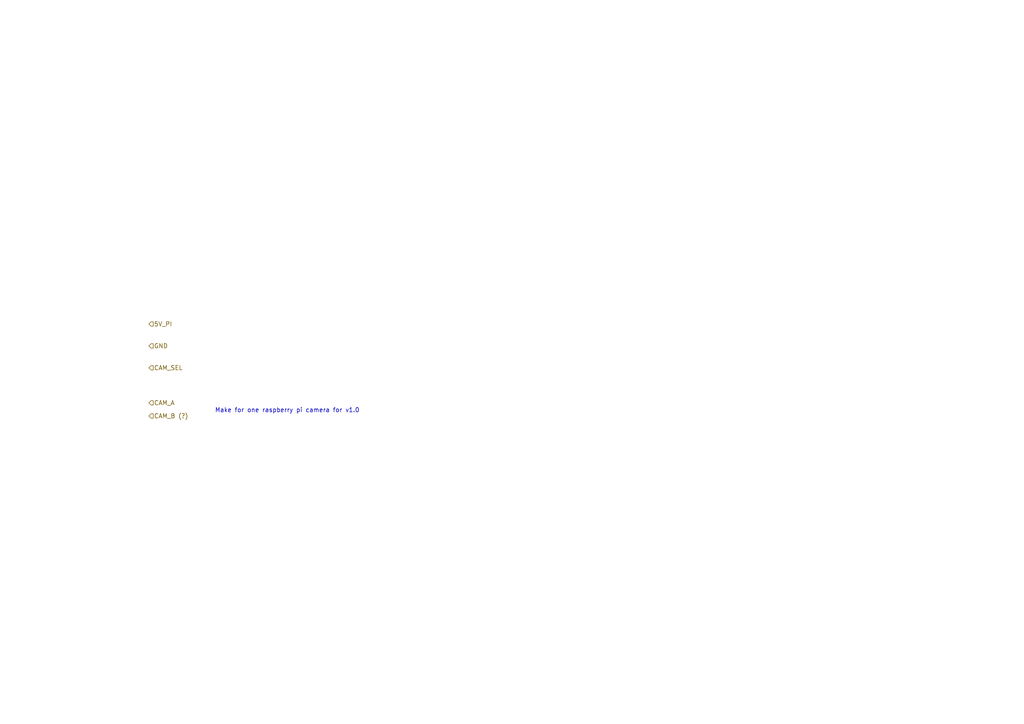
<source format=kicad_sch>
(kicad_sch
	(version 20250114)
	(generator "eeschema")
	(generator_version "9.0")
	(uuid "88ee2523-58cf-458d-9497-9e8efc285881")
	(paper "A4")
	(lib_symbols)
	(text "Make for one raspberry pi camera for v1.0\n"
		(exclude_from_sim no)
		(at 83.312 119.126 0)
		(effects
			(font
				(size 1.27 1.27)
			)
		)
		(uuid "5088eef1-d7c4-440d-b5d8-21df0cc5b673")
	)
	(hierarchical_label "CAM_SEL"
		(shape input)
		(at 43.18 106.68 0)
		(effects
			(font
				(size 1.27 1.27)
			)
			(justify left)
		)
		(uuid "5b945fe8-ad7e-4aa3-a8e8-295944d452b0")
	)
	(hierarchical_label "CAM_B (?)"
		(shape input)
		(at 43.18 120.65 0)
		(effects
			(font
				(size 1.27 1.27)
			)
			(justify left)
		)
		(uuid "bbbfebbf-c0fe-4f9a-ab62-6fab59db0a7e")
	)
	(hierarchical_label "GND"
		(shape input)
		(at 43.18 100.33 0)
		(effects
			(font
				(size 1.27 1.27)
			)
			(justify left)
		)
		(uuid "bd2f3e19-e6f4-4428-a20e-1e5e353d1707")
	)
	(hierarchical_label "5V_PI"
		(shape input)
		(at 43.18 93.98 0)
		(effects
			(font
				(size 1.27 1.27)
			)
			(justify left)
		)
		(uuid "c1b06655-aa34-49e9-ab6e-bdad4f924031")
	)
	(hierarchical_label "CAM_A"
		(shape input)
		(at 43.18 116.84 0)
		(effects
			(font
				(size 1.27 1.27)
			)
			(justify left)
		)
		(uuid "e06f10db-4d5e-4e64-9f30-2eca479390c0")
	)
)

</source>
